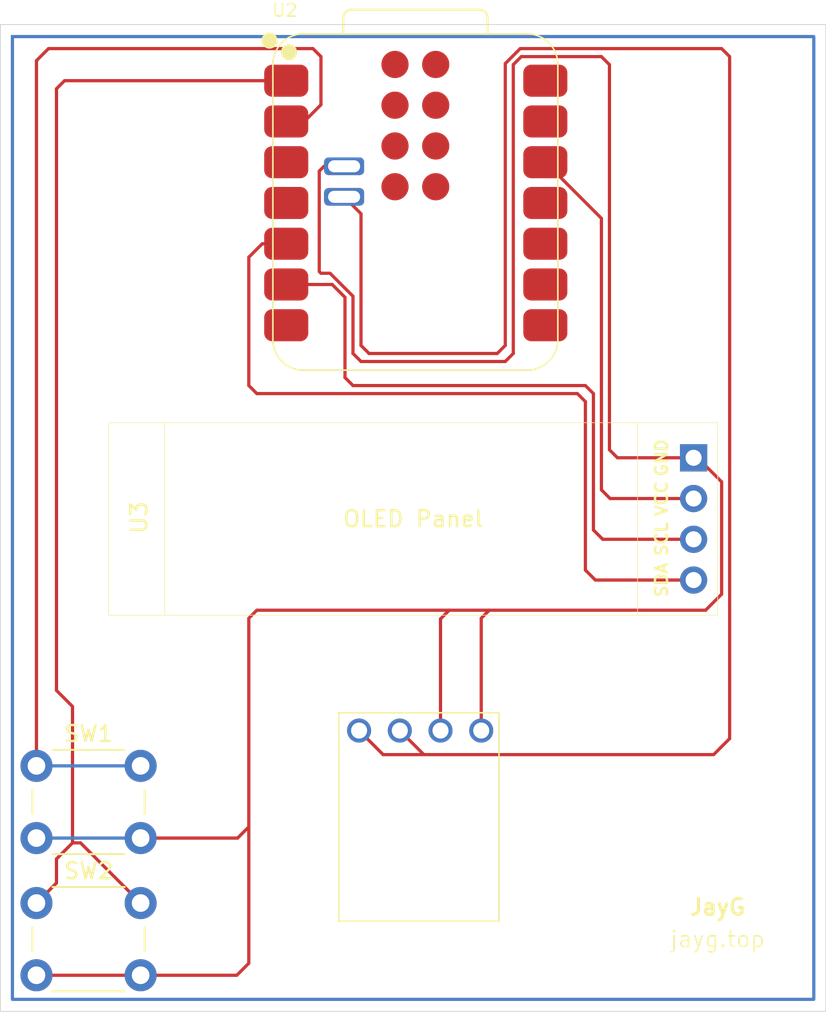
<source format=kicad_pcb>
(kicad_pcb (version 20241229) (generator "pcbnew") (generator_version "9.0")
  (layers (0 "F.Cu" signal) (2 "B.Cu" signal) (13 "F.Paste" user) (15 "B.Paste" user) (5 "F.SilkS" user "F.Silkscreen") (7 "B.SilkS" user "B.Silkscreen") (1 "F.Mask" user) (3 "B.Mask" user) (25 "Edge.Cuts" user))
  (net 0 "")
  (net 5 "Net-(U3-GND)")
  (net 10 "Net-(U2-GPIO6_A5_D5_SCL)")
  (net 12 "Net-(U2-GPIO2_A1_D1)")
  (net 17 "Net-(U2-BAT)")
  (net 18 "Net-(U2-3V3)")
  (net 21 "Net-(U2-GPIO5_A4_D4_SDA)")
  (net 24 "Net-(U2-GPIO1_A0_D0)")
  (footprint "JST-PH 2-Pin SMT Right Angle Breakout Board:JST-PH 2-Pin SMT Right Angle Breakout Board" (layer "F.Cu") (at 206.66 119.59 90)
    (property "Reference" "U1" (hide yes))
    (property "Value" "~" (hide yes))
    (fp_rect (start -5.8 3.95) (end 7.2 13.95) (stroke (width 0.1)) (fill no) (layer "F.SilkS"))
    (pad "1" thru_hole circle (at 6.09 12.84 90) (size 1.5 1.5) (drill 1) (layers "*.Cu" "*.Mask") (net 5 "Net-(U3-GND)"))
    (pad "2" thru_hole circle (at 6.09 10.3 90) (size 1.5 1.5) (drill 1) (layers "*.Cu" "*.Mask") (net 5 "Net-(U3-GND)"))
    (pad "3" thru_hole circle (at 6.09 7.76 90) (size 1.5 1.5) (drill 1) (layers "*.Cu" "*.Mask") (net 17 "Net-(U2-BAT)"))
    (pad "4" thru_hole circle (at 6.09 5.22 90) (size 1.5 1.5) (drill 1) (layers "*.Cu" "*.Mask") (net 17 "Net-(U2-BAT)"))
  )
  (footprint "0.91OLED:SSD1306-0.91-OLED-4pin-128x32" (layer "F.Cu") (at 196.25 94.31)
    (property "Reference" "U3" (at 1.9 5.91 90) (layer "F.SilkS"))
    (property "Value" "~")
    (fp_line (start 0 0) (end 0 12) (stroke (width 0.04)) (layer "F.SilkS"))
    (fp_line (start 0 12) (end 38 12) (stroke (width 0.04)) (layer "F.SilkS"))
    (fp_line (start 3.5 0) (end 3.5 12) (stroke (width 0.04)) (layer "F.SilkS"))
    (fp_line (start 33 0) (end 33 12) (stroke (width 0.04)) (layer "F.SilkS"))
    (fp_line (start 38 0) (end 0 0) (stroke (width 0.04)) (layer "F.SilkS"))
    (fp_line (start 38 12) (end 38 0) (stroke (width 0.04)) (layer "F.SilkS"))
    (fp_text user "OLED Panel" (at 19 6 0) (layer "F.SilkS"))
    (fp_text user "SDA" (at 34.5 9.81 270) (layer "F.SilkS") (effects (font (size 0.75 0.75))))
    (fp_text user "GND" (at 34.5 2.19 270) (layer "F.SilkS") (effects (font (size 0.75 0.75))))
    (fp_text user "SCL" (at 34.5 7.27 270) (layer "F.SilkS") (effects (font (size 0.75 0.75))))
    (fp_text user "VCC" (at 34.5 4.73 270) (layer "F.SilkS") (effects (font (size 0.75 0.75))))
    (pad "1" thru_hole rect (at 36.5 2.19) (size 1.7 1.7) (drill 1) (layers "*.Cu" "*.Mask") (net 5 "Net-(U3-GND)"))
    (pad "2" thru_hole oval (at 36.5 4.73) (size 1.7 1.7) (drill 1) (layers "*.Cu" "*.Mask") (net 18 "Net-(U2-3V3)"))
    (pad "3" thru_hole oval (at 36.5 7.27) (size 1.7 1.7) (drill 1) (layers "*.Cu" "*.Mask") (net 10 "Net-(U2-GPIO6_A5_D5_SCL)"))
    (pad "4" thru_hole oval (at 36.5 9.81) (size 1.7 1.7) (drill 1) (layers "*.Cu" "*.Mask") (net 21 "Net-(U2-GPIO5_A4_D4_SDA)"))
  )
  (footprint "Button_Switch_THT:SW_PUSH_6mm" (layer "F.Cu") (at 191.75 124.25)
    (property "Reference" "SW2" (at 3.25 -2 0) (layer "F.SilkS"))
    (property "Value" "Pic")
    (fp_line (start -0.25 1.5) (end -0.25 3) (stroke (width 0.12)) (layer "F.SilkS"))
    (fp_line (start 1 5.5) (end 5.5 5.5) (stroke (width 0.12)) (layer "F.SilkS"))
    (fp_line (start 5.5 -1) (end 1 -1) (stroke (width 0.12)) (layer "F.SilkS"))
    (fp_line (start 6.75 3) (end 6.75 1.5) (stroke (width 0.12)) (layer "F.SilkS"))
    (pad "1" thru_hole circle (at 0 0 90) (size 2 2) (drill 1.1) (layers "*.Cu" "*.Mask") (net 24 "Net-(U2-GPIO1_A0_D0)"))
    (pad "1" thru_hole circle (at 6.5 0 90) (size 2 2) (drill 1.1) (layers "*.Cu" "*.Mask") (net 24 "Net-(U2-GPIO1_A0_D0)"))
    (pad "2" thru_hole circle (at 0 4.5 90) (size 2 2) (drill 1.1) (layers "*.Cu" "*.Mask") (net 5 "Net-(U3-GND)"))
    (pad "2" thru_hole circle (at 6.5 4.5 90) (size 2 2) (drill 1.1) (layers "*.Cu" "*.Mask") (net 5 "Net-(U3-GND)"))
  )
  (footprint "Seeed Studio XIAO ESP32-S3:XIAO-ESP32S3-SMD" (layer "F.Cu") (at 215.396364 80.573)
    (property "Reference" "U2" (at -9 -11.5 0) (layer "F.SilkS") (effects (font (size 0.78232 0.78232) (thickness 0.10668)) (justify left bottom)))
    (property "Value" "XIAO-ESP32-S3-SMD")
    (fp_line (start -8.896364 8.56) (end -8.896364 -8.585) (stroke (width 0.1)) (layer "F.SilkS"))
    (fp_line (start -6.991364 10.465) (end 6.978636 10.465) (stroke (width 0.1)) (layer "F.SilkS"))
    (fp_line (start -4.501364 -10.49) (end -4.497636 -11.500272) (stroke (width 0.127)) (layer "F.SilkS"))
    (fp_line (start -3.997636 -12) (end 3.997636 -12) (stroke (width 0.127)) (layer "F.SilkS"))
    (fp_line (start 4.497636 -11.5) (end 4.497636 -10.49) (stroke (width 0.127)) (layer "F.SilkS"))
    (fp_line (start 6.978636 -10.49) (end -6.991364 -10.49) (stroke (width 0.1)) (layer "F.SilkS"))
    (fp_line (start 8.883636 8.56) (end 8.883636 -8.585) (stroke (width 0.1)) (layer "F.SilkS"))
    (fp_arc (start -8.896364 -8.589) (mid -8.338402 -9.936038) (end -6.991364 -10.494) (stroke (width 0.1)) (layer "F.SilkS"))
    (fp_arc (start -6.991364 10.465) (mid -8.338402 9.907038) (end -8.896364 8.56) (stroke (width 0.1)) (layer "F.SilkS"))
    (fp_arc (start -4.497636 -11.500272) (mid -4.351088 -11.853644) (end -3.997636 -12) (stroke (width 0.127)) (layer "F.SilkS"))
    (fp_arc (start 3.997636 -12) (mid 4.351189 -11.853553) (end 4.497636 -11.5) (stroke (width 0.127)) (layer "F.SilkS"))
    (fp_arc (start 6.978636 -10.49) (mid 8.325674 -9.932038) (end 8.883636 -8.585) (stroke (width 0.1)) (layer "F.SilkS"))
    (fp_arc (start 8.883636 8.56) (mid 8.325674 9.907038) (end 6.978636 10.465) (stroke (width 0.1)) (layer "F.SilkS"))
    (fp_circle (center -9.106364 -10.074) (end -9.106364 -10.328) (stroke (width 0.5)) (fill yes) (layer "F.SilkS"))
    (fp_circle (center -7.889364 -9.351) (end -7.889364 -9.605) (stroke (width 0.5)) (fill yes) (layer "F.SilkS"))
    (pad "1" smd roundrect (at -8.061364 -7.573) (size 2.75 2) (layers "F.Cu" "F.Mask" "F.Paste") (net 24 "Net-(U2-GPIO1_A0_D0)"))
    (pad "2" smd roundrect (at -8.061364 -5.033) (size 2.75 2) (layers "F.Cu" "F.Mask" "F.Paste") (net 12 "Net-(U2-GPIO2_A1_D1)"))
    (pad "3" smd roundrect (at -8.061364 -2.493) (size 2.75 2) (layers "F.Cu" "F.Mask" "F.Paste"))
    (pad "4" smd roundrect (at -8.061364 0.047) (size 2.75 2) (layers "F.Cu" "F.Mask" "F.Paste"))
    (pad "5" smd roundrect (at -8.061364 2.587) (size 2.75 2) (layers "F.Cu" "F.Mask" "F.Paste") (net 21 "Net-(U2-GPIO5_A4_D4_SDA)"))
    (pad "6" smd roundrect (at -8.061364 5.127) (size 2.75 2) (layers "F.Cu" "F.Mask" "F.Paste") (net 10 "Net-(U2-GPIO6_A5_D5_SCL)"))
    (pad "7" smd roundrect (at -8.061364 7.667) (size 2.75 2) (layers "F.Cu" "F.Mask" "F.Paste"))
    (pad "8" smd roundrect (at 8.103636 7.667) (size 2.75 2) (layers "F.Cu" "F.Mask" "F.Paste"))
    (pad "9" smd roundrect (at 8.103636 5.127) (size 2.75 2) (layers "F.Cu" "F.Mask" "F.Paste"))
    (pad "10" smd roundrect (at 8.103636 2.587) (size 2.75 2) (layers "F.Cu" "F.Mask" "F.Paste"))
    (pad "11" smd roundrect (at 8.103636 0.047) (size 2.75 2) (layers "F.Cu" "F.Mask" "F.Paste"))
    (pad "12" smd roundrect (at 8.103636 -2.493) (size 2.75 2) (layers "F.Cu" "F.Mask" "F.Paste") (net 18 "Net-(U2-3V3)"))
    (pad "13" smd roundrect (at 8.103636 -5.033) (size 2.75 2) (layers "F.Cu" "F.Mask" "F.Paste"))
    (pad "14" smd roundrect (at 8.103636 -7.573) (size 2.75 2) (layers "F.Cu" "F.Mask" "F.Paste"))
    (pad "15" thru_hole roundrect (at -4.451364 -0.335 180) (size 2.5 1.1) (drill oval 2 0.75) (layers "*.Cu" "*.Mask") (net 17 "Net-(U2-BAT)"))
    (pad "16" thru_hole roundrect (at -4.451364 -2.24 180) (size 2.5 1.1) (drill oval 2 0.75) (layers "*.Cu" "*.Mask") (net 5 "Net-(U3-GND)"))
    (pad "17" smd circle (at -1.276364 -8.585) (size 1.7 1.7) (layers "F.Cu" "F.Mask" "F.Paste"))
    (pad "18" smd circle (at 1.263636 -8.585) (size 1.7 1.7) (layers "F.Cu" "F.Mask" "F.Paste"))
    (pad "19" smd circle (at -1.276364 -6.045) (size 1.7 1.7) (layers "F.Cu" "F.Mask" "F.Paste"))
    (pad "20" smd circle (at 1.263636 -6.045) (size 1.7 1.7) (layers "F.Cu" "F.Mask" "F.Paste"))
    (pad "21" smd circle (at -1.276364 -3.505) (size 1.7 1.7) (layers "F.Cu" "F.Mask" "F.Paste"))
    (pad "22" smd circle (at 1.263636 -3.505) (size 1.7 1.7) (layers "F.Cu" "F.Mask" "F.Paste"))
    (pad "23" smd circle (at -1.276364 -0.965) (size 1.7 1.7) (layers "F.Cu" "F.Mask" "F.Paste"))
    (pad "24" smd circle (at 1.263636 -0.965) (size 1.7 1.7) (layers "F.Cu" "F.Mask" "F.Paste"))
  )
  (footprint "Button_Switch_THT:SW_PUSH_6mm" (layer "F.Cu") (at 191.75 115.7)
    (property "Reference" "SW1" (at 3.25 -2 0) (layer "F.SilkS"))
    (property "Value" "Rec")
    (fp_line (start -0.25 1.5) (end -0.25 3) (stroke (width 0.12)) (layer "F.SilkS"))
    (fp_line (start 1 5.5) (end 5.5 5.5) (stroke (width 0.12)) (layer "F.SilkS"))
    (fp_line (start 5.5 -1) (end 1 -1) (stroke (width 0.12)) (layer "F.SilkS"))
    (fp_line (start 6.75 3) (end 6.75 1.5) (stroke (width 0.12)) (layer "F.SilkS"))
    (pad "1" thru_hole circle (at 0 0 90) (size 2 2) (drill 1.1) (layers "*.Cu" "*.Mask") (net 12 "Net-(U2-GPIO2_A1_D1)"))
    (pad "1" thru_hole circle (at 6.5 0 90) (size 2 2) (drill 1.1) (layers "*.Cu" "*.Mask") (net 12 "Net-(U2-GPIO2_A1_D1)"))
    (pad "2" thru_hole circle (at 0 4.5 90) (size 2 2) (drill 1.1) (layers "*.Cu" "*.Mask") (net 5 "Net-(U3-GND)"))
    (pad "2" thru_hole circle (at 6.5 4.5 90) (size 2 2) (drill 1.1) (layers "*.Cu" "*.Mask") (net 5 "Net-(U3-GND)"))
  )
  (gr_rect (start 190.25 70.25) (end 240.25 130.25) (stroke (width 0.2)) (fill no) (layer "B.Cu"))
  (gr_rect (start 189.5 69.5) (end 241 131) (stroke (width 0.05)) (fill no) (layer "Edge.Cuts"))
  (gr_text "JayG" (at 234.25 124.5 0) (layer "F.SilkS") (effects (font (size 1 1) (thickness 0.2) (bold yes))))
  (gr_text "jayg.top" (at 234.25 126.5 0) (layer "F.SilkS") (effects (font (size 1 1) (thickness 0.1))))
  (segment (start 219.5 113.5) (end 219.5 106.5) (width 0.2) (layer "F.Cu") (net 5))
  (segment (start 209.5 85) (end 209.394 84.894) (width 0.2) (layer "F.Cu") (net 5))
  (segment (start 221.5 72) (end 221.5 90) (width 0.2) (layer "F.Cu") (net 5))
  (segment (start 212 90.5) (end 211.5 90) (width 0.2) (layer "F.Cu") (net 5))
  (segment (start 221.5 90) (end 221 90.5) (width 0.2) (layer "F.Cu") (net 5))
  (segment (start 204.3 120.2) (end 205 119.5) (width 0.2) (layer "F.Cu") (net 5))
  (segment (start 233 96.5) (end 232.75 96.5) (width 0.2) (layer "F.Cu") (net 5))
  (segment (start 219.5 106.5) (end 220 106) (width 0.2) (layer "F.Cu") (net 5))
  (segment (start 216.96 106.54) (end 217.5 106) (width 0.2) (layer "F.Cu") (net 5))
  (segment (start 217.5 106) (end 220 106) (width 0.2) (layer "F.Cu") (net 5))
  (segment (start 209.394 84.894) (end 209.394 78.634) (width 0.2) (layer "F.Cu") (net 5))
  (segment (start 210.0671 85) (end 209.5 85) (width 0.2) (layer "F.Cu") (net 5))
  (segment (start 232.75 96.5) (end 228 96.5) (width 0.2) (layer "F.Cu") (net 5))
  (segment (start 209.695 78.333) (end 210.945 78.333) (width 0.2) (layer "F.Cu") (net 5))
  (segment (start 227.5 72) (end 227 71.5) (width 0.2) (layer "F.Cu") (net 5))
  (segment (start 205.5 106) (end 217.5 106) (width 0.2) (layer "F.Cu") (net 5))
  (segment (start 221 90.5) (end 212 90.5) (width 0.2) (layer "F.Cu") (net 5))
  (segment (start 198.25 128.75) (end 204.25 128.75) (width 0.2) (layer "F.Cu") (net 5))
  (segment (start 227.5 96) (end 227.5 72) (width 0.2) (layer "F.Cu") (net 5))
  (segment (start 220 106) (end 233.5 106) (width 0.2) (layer "F.Cu") (net 5))
  (segment (start 234.5 105) (end 234.5 98) (width 0.2) (layer "F.Cu") (net 5))
  (segment (start 204.25 128.75) (end 205 128) (width 0.2) (layer "F.Cu") (net 5))
  (segment (start 205 128) (end 205 119.5) (width 0.2) (layer "F.Cu") (net 5))
  (segment (start 234.5 98) (end 233 96.5) (width 0.2) (layer "F.Cu") (net 5))
  (segment (start 211.5 86.4329) (end 210.0671 85) (width 0.2) (layer "F.Cu") (net 5))
  (segment (start 205 119.5) (end 205 106.5) (width 0.2) (layer "F.Cu") (net 5))
  (segment (start 233.5 106) (end 234.5 105) (width 0.2) (layer "F.Cu") (net 5))
  (segment (start 216.96 113.5) (end 216.96 106.54) (width 0.2) (layer "F.Cu") (net 5))
  (segment (start 209.394 78.634) (end 209.695 78.333) (width 0.2) (layer "F.Cu") (net 5))
  (segment (start 211.5 90) (end 211.5 86.4329) (width 0.2) (layer "F.Cu") (net 5))
  (segment (start 191.75 128.75) (end 198.25 128.75) (width 0.2) (layer "F.Cu") (net 5))
  (segment (start 205 106.5) (end 205.5 106) (width 0.2) (layer "F.Cu") (net 5))
  (segment (start 222 71.5) (end 221.5 72) (width 0.2) (layer "F.Cu") (net 5))
  (segment (start 227 71.5) (end 222 71.5) (width 0.2) (layer "F.Cu") (net 5))
  (segment (start 228 96.5) (end 227.5 96) (width 0.2) (layer "F.Cu") (net 5))
  (segment (start 198.25 120.2) (end 204.3 120.2) (width 0.2) (layer "F.Cu") (net 5))
  (segment (start 198.25 120.2) (end 191.75 120.2) (width 0.2) (layer "B.Cu") (net 5))
  (segment (start 226.5 101) (end 226.5 92.5) (width 0.2) (layer "F.Cu") (net 10))
  (segment (start 211.5 92) (end 211 91.5) (width 0.2) (layer "F.Cu") (net 10))
  (segment (start 210.2 85.7) (end 207.335 85.7) (width 0.2) (layer "F.Cu") (net 10))
  (segment (start 227.08 101.58) (end 226.5 101) (width 0.2) (layer "F.Cu") (net 10))
  (segment (start 226 92) (end 211.5 92) (width 0.2) (layer "F.Cu") (net 10))
  (segment (start 232.75 101.58) (end 227.08 101.58) (width 0.2) (layer "F.Cu") (net 10))
  (segment (start 211 91.5) (end 211 86.5) (width 0.2) (layer "F.Cu") (net 10))
  (segment (start 211 86.5) (end 210.2 85.7) (width 0.2) (layer "F.Cu") (net 10))
  (segment (start 226.5 92.5) (end 226 92) (width 0.2) (layer "F.Cu") (net 10))
  (segment (start 209 71) (end 209.5 71.5) (width 0.2) (layer "F.Cu") (net 12))
  (segment (start 191.75 115.7) (end 191.75 71.75) (width 0.2) (layer "F.Cu") (net 12))
  (segment (start 192.5 71) (end 209 71) (width 0.2) (layer "F.Cu") (net 12))
  (segment (start 208.46 75.54) (end 207.335 75.54) (width 0.2) (layer "F.Cu") (net 12))
  (segment (start 209.5 74.5) (end 208.46 75.54) (width 0.2) (layer "F.Cu") (net 12))
  (segment (start 191.75 71.75) (end 192.5 71) (width 0.2) (layer "F.Cu") (net 12))
  (segment (start 209.5 71.5) (end 209.5 74.5) (width 0.2) (layer "F.Cu") (net 12))
  (segment (start 198.25 115.7) (end 191.75 115.7) (width 0.2) (layer "B.Cu") (net 12))
  (segment (start 235 114) (end 235 71.5) (width 0.2) (layer "F.Cu") (net 17))
  (segment (start 221.9329 71) (end 221 71.9329) (width 0.2) (layer "F.Cu") (net 17))
  (segment (start 215.92 115) (end 234 115) (width 0.2) (layer "F.Cu") (net 17))
  (segment (start 212 81.293) (end 210.945 80.238) (width 0.2) (layer "F.Cu") (net 17))
  (segment (start 211.88 113.5) (end 213.38 115) (width 0.2) (layer "F.Cu") (net 17))
  (segment (start 212.5 90) (end 212 89.5) (width 0.2) (layer "F.Cu") (net 17))
  (segment (start 220.5 90) (end 212.5 90) (width 0.2) (layer "F.Cu") (net 17))
  (segment (start 212 89.5) (end 212 81.293) (width 0.2) (layer "F.Cu") (net 17))
  (segment (start 234 115) (end 235 114) (width 0.2) (layer "F.Cu") (net 17))
  (segment (start 221 71.9329) (end 221 89.5) (width 0.2) (layer "F.Cu") (net 17))
  (segment (start 234.5 71) (end 221.9329 71) (width 0.2) (layer "F.Cu") (net 17))
  (segment (start 235 71.5) (end 234.5 71) (width 0.2) (layer "F.Cu") (net 17))
  (segment (start 221 89.5) (end 220.5 90) (width 0.2) (layer "F.Cu") (net 17))
  (segment (start 214.42 113.5) (end 215.92 115) (width 0.2) (layer "F.Cu") (net 17))
  (segment (start 213.38 115) (end 215.92 115) (width 0.2) (layer "F.Cu") (net 17))
  (segment (start 227 81.58) (end 223.5 78.08) (width 0.2) (layer "F.Cu") (net 18))
  (segment (start 232.75 99.04) (end 227.54 99.04) (width 0.2) (layer "F.Cu") (net 18))
  (segment (start 227.54 99.04) (end 227 98.5) (width 0.2) (layer "F.Cu") (net 18))
  (segment (start 227 98.5) (end 227 81.58) (width 0.2) (layer "F.Cu") (net 18))
  (segment (start 226.62 104.12) (end 226 103.5) (width 0.2) (layer "F.Cu") (net 21))
  (segment (start 226 93) (end 225.5 92.5) (width 0.2) (layer "F.Cu") (net 21))
  (segment (start 225.5 92.5) (end 205.5 92.5) (width 0.2) (layer "F.Cu") (net 21))
  (segment (start 226 103.5) (end 226 93) (width 0.2) (layer "F.Cu") (net 21))
  (segment (start 232.75 104.12) (end 226.62 104.12) (width 0.2) (layer "F.Cu") (net 21))
  (segment (start 205.5 92.5) (end 205 92) (width 0.2) (layer "F.Cu") (net 21))
  (segment (start 205.84 83.16) (end 207.335 83.16) (width 0.2) (layer "F.Cu") (net 21))
  (segment (start 205 92) (end 205 84) (width 0.2) (layer "F.Cu") (net 21))
  (segment (start 205 84) (end 205.84 83.16) (width 0.2) (layer "F.Cu") (net 21))
  (segment (start 207.335 73) (end 193.5 73) (width 0.2) (layer "F.Cu") (net 24))
  (segment (start 193 73.5) (end 193 111) (width 0.2) (layer "F.Cu") (net 24))
  (segment (start 193 121.5) (end 193 123) (width 0.2) (layer "F.Cu") (net 24))
  (segment (start 194 120.5) (end 193 121.5) (width 0.2) (layer "F.Cu") (net 24))
  (segment (start 194.5 120.5) (end 194 120.5) (width 0.2) (layer "F.Cu") (net 24))
  (segment (start 198.25 124.25) (end 194.5 120.5) (width 0.2) (layer "F.Cu") (net 24))
  (segment (start 193 123) (end 191.75 124.25) (width 0.2) (layer "F.Cu") (net 24))
  (segment (start 193 111) (end 194 112) (width 0.2) (layer "F.Cu") (net 24))
  (segment (start 194 112) (end 194 120.5) (width 0.2) (layer "F.Cu") (net 24))
  (segment (start 193.5 73) (end 193 73.5) (width 0.2) (layer "F.Cu") (net 24))
)
</source>
